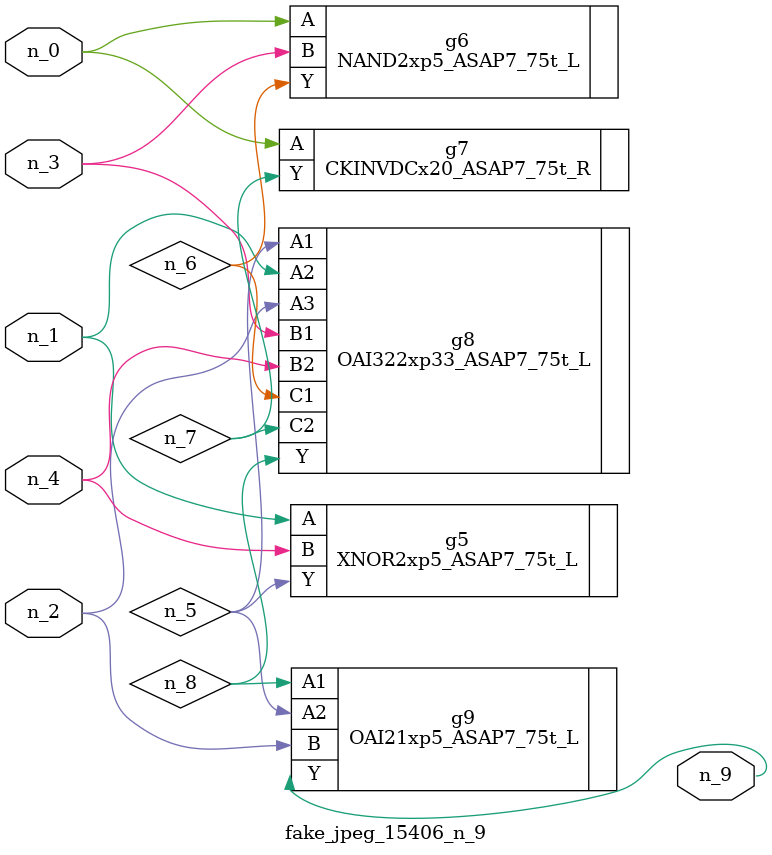
<source format=v>
module fake_jpeg_15406_n_9 (n_3, n_2, n_1, n_0, n_4, n_9);

input n_3;
input n_2;
input n_1;
input n_0;
input n_4;

output n_9;

wire n_8;
wire n_6;
wire n_5;
wire n_7;

XNOR2xp5_ASAP7_75t_L g5 ( 
.A(n_1),
.B(n_4),
.Y(n_5)
);

NAND2xp5_ASAP7_75t_L g6 ( 
.A(n_0),
.B(n_3),
.Y(n_6)
);

CKINVDCx20_ASAP7_75t_R g7 ( 
.A(n_0),
.Y(n_7)
);

OAI322xp33_ASAP7_75t_L g8 ( 
.A1(n_5),
.A2(n_1),
.A3(n_2),
.B1(n_3),
.B2(n_4),
.C1(n_6),
.C2(n_7),
.Y(n_8)
);

OAI21xp5_ASAP7_75t_L g9 ( 
.A1(n_8),
.A2(n_5),
.B(n_2),
.Y(n_9)
);


endmodule
</source>
